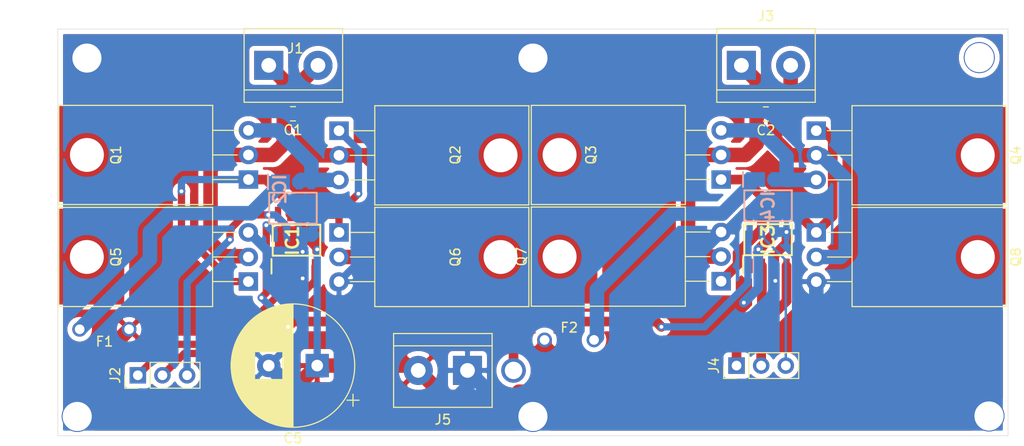
<source format=kicad_pcb>
(kicad_pcb (version 20171130) (host pcbnew 5.1.10-88a1d61d58~88~ubuntu20.04.1)
  (layers (0 F.Cu signal) (31 B.Cu signal) (34 B.Paste user) (35 F.Paste user) (36 B.SilkS user) (37 F.SilkS user) (38 B.Mask user) (39 F.Mask user) (44 Edge.Cuts user))
  (net 0 "")
  (net 1 GND)
  (net 2 VCC)
  (net 3 "Net-(F1-Pad2)")
  (net 4 "Net-(F2-Pad2)")
  (net 5 "Net-(IC1-Pad8)")
  (net 6 PWM1)
  (net 7 PWM2)
  (net 8 IN2)
  (net 9 IN1)
  (net 10 "Net-(IC1-Pad1)")
  (net 11 +3V3)
  (net 12 I_MES1)
  (net 13 "Net-(IC4-Pad3)")
  (net 14 PWM3)
  (net 15 PWM4)
  (net 16 IN4)
  (net 17 IN3)
  (net 18 I_MES2)
  (net 19 "Net-(C1-Pad2)")
  (net 20 "Net-(C1-Pad1)")
  (net 21 "Net-(C2-Pad2)")
  (net 22 "Net-(C2-Pad1)")
  (net 23 "Net-(IC2-Pad3)")
  (net 24 "Net-(IC3-Pad8)")
  (net 25 "Net-(IC3-Pad1)")
  (module extra:polyfuse (layer F.Cu) (at 127.2 75.1)
    (fp_text reference F2 (at 2.54 -1.27) (layer F.SilkS))
    (fp_text value Polyfuse)
    (pad 2 thru_hole circle (at 5.1 0) (size 1.524 1.524) (drill 1) (layers *.Cu *.Mask) (net 4 "Net-(F2-Pad2)"))
    (pad 1 thru_hole circle (at 0 0) (size 1.524 1.524) (drill 1) (layers *.Cu *.Mask) (net 2 VCC))
  )
  (module Package_TO_SOT_THT:TO-220-3_Horizontal_TabDown (layer F.Cu) (at 155.225 64 270)
    (fp_text reference Q8 (at 2.54 -20.58 90) (layer F.SilkS))
    (fp_text value IRF3205)
    (pad 3 thru_hole oval (at 5.08 0 270) (size 1.905 2) (drill 1.1) (layers *.Cu *.Mask) (net 1 GND))
    (pad 2 thru_hole oval (at 2.54 0 270) (size 1.905 2) (drill 1.1) (layers *.Cu *.Mask) (net 22 "Net-(C2-Pad1)"))
    (pad 1 thru_hole rect (at 0 0 270) (size 1.905 2) (drill 1.1) (layers *.Cu *.Mask) (net 15 PWM4))
    (pad "" np_thru_hole oval (at 2.54 -16.66 270) (size 3.5 3.5) (drill 3.5) (layers *.Cu *.Mask))
  )
  (module Package_TO_SOT_THT:TO-220-3_Horizontal_TabDown (layer F.Cu) (at 145.41 69.04 90)
    (fp_text reference Q7 (at 2.54 -20.58 90) (layer F.SilkS))
    (fp_text value IRF3205)
    (pad 3 thru_hole oval (at 5.08 0 90) (size 1.905 2) (drill 1.1) (layers *.Cu *.Mask) (net 1 GND))
    (pad 2 thru_hole oval (at 2.54 0 90) (size 1.905 2) (drill 1.1) (layers *.Cu *.Mask) (net 21 "Net-(C2-Pad2)"))
    (pad 1 thru_hole rect (at 0 0 90) (size 1.905 2) (drill 1.1) (layers *.Cu *.Mask) (net 14 PWM3))
    (pad "" np_thru_hole oval (at 2.54 -16.66 90) (size 3.5 3.5) (drill 3.5) (layers *.Cu *.Mask))
  )
  (module Package_TO_SOT_THT:TO-220-3_Horizontal_TabDown (layer F.Cu) (at 155.2194 53.4924 270)
    (fp_text reference Q4 (at 2.54 -20.58 90) (layer F.SilkS))
    (fp_text value IRF4905)
    (pad 3 thru_hole oval (at 5.08 0 270) (size 1.905 2) (drill 1.1) (layers *.Cu *.Mask) (net 13 "Net-(IC4-Pad3)"))
    (pad 2 thru_hole oval (at 2.54 0 270) (size 1.905 2) (drill 1.1) (layers *.Cu *.Mask) (net 22 "Net-(C2-Pad1)"))
    (pad 1 thru_hole rect (at 0 0 270) (size 1.905 2) (drill 1.1) (layers *.Cu *.Mask) (net 15 PWM4))
    (pad "" np_thru_hole oval (at 2.54 -16.66 270) (size 3.5 3.5) (drill 3.5) (layers *.Cu *.Mask))
  )
  (module Package_TO_SOT_THT:TO-220-3_Horizontal_TabDown (layer F.Cu) (at 145.41 58.54 90)
    (fp_text reference Q3 (at 2.54 -13.41 90) (layer F.SilkS))
    (fp_text value IRF4905)
    (pad 3 thru_hole oval (at 5.08 0 90) (size 1.905 2) (drill 1.1) (layers *.Cu *.Mask) (net 13 "Net-(IC4-Pad3)"))
    (pad 2 thru_hole oval (at 2.54 0 90) (size 1.905 2) (drill 1.1) (layers *.Cu *.Mask) (net 21 "Net-(C2-Pad2)"))
    (pad 1 thru_hole rect (at 0 0 90) (size 1.905 2) (drill 1.1) (layers *.Cu *.Mask) (net 14 PWM3))
    (pad "" np_thru_hole oval (at 2.54 -16.66 90) (size 3.5 3.5) (drill 3.5) (layers *.Cu *.Mask))
  )
  (module Connector_PinHeader_2.54mm:PinHeader_1x03_P2.54mm_Vertical (layer F.Cu) (at 147 77.75 90)
    (fp_text reference J4 (at 0 -2.33 90) (layer F.SilkS))
    (fp_text value Conn_01x03_Male)
    (pad 3 thru_hole oval (at 0 5.08 90) (size 1.7 1.7) (drill 1) (layers *.Cu *.Mask) (net 18 I_MES2))
    (pad 2 thru_hole oval (at 0 2.54 90) (size 1.7 1.7) (drill 1) (layers *.Cu *.Mask) (net 16 IN4))
    (pad 1 thru_hole rect (at 0 0 90) (size 1.7 1.7) (drill 1) (layers *.Cu *.Mask) (net 17 IN3))
  )
  (module TerminalBlock:TerminalBlock_bornier-2_P5.08mm (layer F.Cu) (at 147.5 46.75)
    (fp_text reference J3 (at 2.54 -5.08) (layer F.SilkS))
    (fp_text value Screw_Terminal_01x02)
    (pad 2 thru_hole circle (at 5.08 0) (size 3 3) (drill 1.52) (layers *.Cu *.Mask) (net 22 "Net-(C2-Pad1)"))
    (pad 1 thru_hole rect (at 0 0) (size 3 3) (drill 1.52) (layers *.Cu *.Mask) (net 21 "Net-(C2-Pad2)"))
  )
  (module TMCS1100A2QDR:SOIC127P600X175-8N (layer B.Cu) (at 150.25 61.25 270)
    (fp_text reference IC4 (at 0 0 270) (layer B.SilkS) (effects (font (size 1.27 1.27) (thickness 0.254)) (justify mirror)))
    (fp_text value TMCS1100A2QDR hide)
    (pad 8 smd rect (at 2.711 1.905 180) (size 0.65 1.528) (layers B.Cu B.Paste B.Mask) (net 11 +3V3))
    (pad 7 smd rect (at 2.711 0.635 180) (size 0.65 1.528) (layers B.Cu B.Paste B.Mask) (net 18 I_MES2))
    (pad 6 smd rect (at 2.711 -0.635 180) (size 0.65 1.528) (layers B.Cu B.Paste B.Mask) (net 1 GND))
    (pad 5 smd rect (at 2.711 -1.905 180) (size 0.65 1.528) (layers B.Cu B.Paste B.Mask) (net 1 GND))
    (pad 4 smd rect (at -2.711 -1.905 180) (size 0.65 1.528) (layers B.Cu B.Paste B.Mask) (net 13 "Net-(IC4-Pad3)"))
    (pad 3 smd rect (at -2.711 -0.635 180) (size 0.65 1.528) (layers B.Cu B.Paste B.Mask) (net 13 "Net-(IC4-Pad3)"))
    (pad 2 smd rect (at -2.711 0.635 180) (size 0.65 1.528) (layers B.Cu B.Paste B.Mask) (net 4 "Net-(F2-Pad2)"))
    (pad 1 smd rect (at -2.711 1.905 180) (size 0.65 1.528) (layers B.Cu B.Paste B.Mask) (net 4 "Net-(F2-Pad2)"))
  )
  (module TC4424AVOA:SOIC127P600X175-8N (layer F.Cu) (at 150.25 64.75 90)
    (fp_text reference IC3 (at 0 0 90) (layer F.SilkS) (effects (font (size 1.27 1.27) (thickness 0.254))))
    (fp_text value TC4424AVOA hide)
    (pad 8 smd rect (at 2.7 -1.905 180) (size 0.65 1.5) (layers F.Cu F.Paste F.Mask) (net 24 "Net-(IC3-Pad8)"))
    (pad 7 smd rect (at 2.7 -0.635 180) (size 0.65 1.5) (layers F.Cu F.Paste F.Mask) (net 14 PWM3))
    (pad 6 smd rect (at 2.7 0.635 180) (size 0.65 1.5) (layers F.Cu F.Paste F.Mask) (net 2 VCC))
    (pad 5 smd rect (at 2.7 1.905 180) (size 0.65 1.5) (layers F.Cu F.Paste F.Mask) (net 15 PWM4))
    (pad 4 smd rect (at -2.7 1.905 180) (size 0.65 1.5) (layers F.Cu F.Paste F.Mask) (net 16 IN4))
    (pad 3 smd rect (at -2.7 0.635 180) (size 0.65 1.5) (layers F.Cu F.Paste F.Mask) (net 1 GND))
    (pad 2 smd rect (at -2.7 -0.635 180) (size 0.65 1.5) (layers F.Cu F.Paste F.Mask) (net 17 IN3))
    (pad 1 smd rect (at -2.7 -1.905 180) (size 0.65 1.5) (layers F.Cu F.Paste F.Mask) (net 25 "Net-(IC3-Pad1)"))
  )
  (module Capacitor_SMD:C_0805_2012Metric (layer F.Cu) (at 150.025 51.775 180)
    (fp_text reference C2 (at 0 -1.68) (layer F.SilkS))
    (fp_text value 10uf)
    (pad 2 smd roundrect (at 0.95 0 180) (size 1 1.45) (layers F.Cu F.Paste F.Mask) (net 21 "Net-(C2-Pad2)"))
    (pad 1 smd roundrect (at -0.95 0 180) (size 1 1.45) (layers F.Cu F.Paste F.Mask) (net 22 "Net-(C2-Pad1)"))
  )
  (module TC4424AVOA:SOIC127P600X175-8N (layer F.Cu) (at 101.615 64.8 90)
    (fp_text reference IC1 (at -0.05 -0.42 90) (layer F.SilkS) (effects (font (size 1.27 1.27) (thickness 0.254))))
    (fp_text value TC4424AVOA hide)
    (pad 8 smd rect (at 2.7 -1.905 180) (size 0.65 1.5) (layers F.Cu F.Paste F.Mask) (net 5 "Net-(IC1-Pad8)"))
    (pad 7 smd rect (at 2.7 -0.635 180) (size 0.65 1.5) (layers F.Cu F.Paste F.Mask) (net 6 PWM1))
    (pad 6 smd rect (at 2.7 0.635 180) (size 0.65 1.5) (layers F.Cu F.Paste F.Mask) (net 2 VCC))
    (pad 5 smd rect (at 2.7 1.905 180) (size 0.65 1.5) (layers F.Cu F.Paste F.Mask) (net 7 PWM2))
    (pad 4 smd rect (at -2.7 1.905 180) (size 0.65 1.5) (layers F.Cu F.Paste F.Mask) (net 8 IN2))
    (pad 3 smd rect (at -2.7 0.635 180) (size 0.65 1.5) (layers F.Cu F.Paste F.Mask) (net 1 GND))
    (pad 2 smd rect (at -2.7 -0.635 180) (size 0.65 1.5) (layers F.Cu F.Paste F.Mask) (net 9 IN1))
    (pad 1 smd rect (at -2.7 -1.905 180) (size 0.65 1.5) (layers F.Cu F.Paste F.Mask) (net 10 "Net-(IC1-Pad1)"))
  )
  (module Connector_PinHeader_2.54mm:PinHeader_1x03_P2.54mm_Vertical (layer F.Cu) (at 85.25 78.75 90)
    (fp_text reference J2 (at 0 -2.33 90) (layer F.SilkS))
    (fp_text value Conn_01x03_Male)
    (pad 3 thru_hole oval (at 0 5.08 90) (size 1.7 1.7) (drill 1) (layers *.Cu *.Mask) (net 12 I_MES1))
    (pad 2 thru_hole oval (at 0 2.54 90) (size 1.7 1.7) (drill 1) (layers *.Cu *.Mask) (net 8 IN2))
    (pad 1 thru_hole rect (at 0 0 90) (size 1.7 1.7) (drill 1) (layers *.Cu *.Mask) (net 9 IN1))
  )
  (module Package_TO_SOT_THT:TO-220-3_Horizontal_TabDown (layer F.Cu) (at 106 64 270)
    (fp_text reference Q6 (at 2.54 -12 90) (layer F.SilkS))
    (fp_text value IRF3205)
    (pad 3 thru_hole oval (at 5.08 0 270) (size 1.905 2) (drill 1.1) (layers *.Cu *.Mask) (net 1 GND))
    (pad 2 thru_hole oval (at 2.54 0 270) (size 1.905 2) (drill 1.1) (layers *.Cu *.Mask) (net 20 "Net-(C1-Pad1)"))
    (pad 1 thru_hole rect (at 0 0 270) (size 1.905 2) (drill 1.1) (layers *.Cu *.Mask) (net 7 PWM2))
    (pad "" np_thru_hole oval (at 2.54 -16.66 270) (size 3.5 3.5) (drill 3.5) (layers *.Cu *.Mask))
  )
  (module Package_TO_SOT_THT:TO-220-3_Horizontal_TabDown (layer F.Cu) (at 96.65 69.075 90)
    (fp_text reference Q5 (at 2.54 -13.65 90) (layer F.SilkS))
    (fp_text value IRF3205)
    (pad 3 thru_hole oval (at 5.08 0 90) (size 1.905 2) (drill 1.1) (layers *.Cu *.Mask) (net 1 GND))
    (pad 2 thru_hole oval (at 2.54 0 90) (size 1.905 2) (drill 1.1) (layers *.Cu *.Mask) (net 19 "Net-(C1-Pad2)"))
    (pad 1 thru_hole rect (at 0 0 90) (size 1.905 2) (drill 1.1) (layers *.Cu *.Mask) (net 6 PWM1))
    (pad "" np_thru_hole oval (at 2.54 -16.66 90) (size 3.5 3.5) (drill 3.5) (layers *.Cu *.Mask))
  )
  (module Package_TO_SOT_THT:TO-220-3_Horizontal_TabDown (layer F.Cu) (at 106 53.5 270)
    (fp_text reference Q2 (at 2.5 -12 90) (layer F.SilkS))
    (fp_text value IRF4905)
    (pad 3 thru_hole oval (at 5.08 0 270) (size 1.905 2) (drill 1.1) (layers *.Cu *.Mask) (net 23 "Net-(IC2-Pad3)"))
    (pad 2 thru_hole oval (at 2.54 0 270) (size 1.905 2) (drill 1.1) (layers *.Cu *.Mask) (net 20 "Net-(C1-Pad1)"))
    (pad 1 thru_hole rect (at 0 0 270) (size 1.905 2) (drill 1.1) (layers *.Cu *.Mask) (net 7 PWM2))
    (pad "" np_thru_hole oval (at 2.54 -16.66 270) (size 3.5 3.5) (drill 3.5) (layers *.Cu *.Mask))
  )
  (module Package_TO_SOT_THT:TO-220-3_Horizontal_TabDown (layer F.Cu) (at 96.66 58.54 90)
    (fp_text reference Q1 (at 2.54 -13.66 90) (layer F.SilkS))
    (fp_text value IRF4905)
    (pad 3 thru_hole oval (at 5.08 0 90) (size 1.905 2) (drill 1.1) (layers *.Cu *.Mask) (net 23 "Net-(IC2-Pad3)"))
    (pad 2 thru_hole oval (at 2.54 0 90) (size 1.905 2) (drill 1.1) (layers *.Cu *.Mask) (net 19 "Net-(C1-Pad2)"))
    (pad 1 thru_hole rect (at 0 0 90) (size 1.905 2) (drill 1.1) (layers *.Cu *.Mask) (net 6 PWM1))
    (pad "" np_thru_hole oval (at 2.54 -16.66 90) (size 3.5 3.5) (drill 3.5) (layers *.Cu *.Mask))
  )
  (module TerminalBlock:TerminalBlock_bornier-2_P5.08mm (layer F.Cu) (at 119.25 78.25 180)
    (fp_text reference J5 (at 2.54 -5.08) (layer F.SilkS))
    (fp_text value Screw_Terminal_01x02)
    (pad 2 thru_hole circle (at 5.08 0 180) (size 3 3) (drill 1.52) (layers *.Cu *.Mask) (net 2 VCC))
    (pad 1 thru_hole rect (at 0 0 180) (size 3 3) (drill 1.52) (layers *.Cu *.Mask) (net 1 GND))
  )
  (module TerminalBlock:TerminalBlock_bornier-2_P5.08mm (layer F.Cu) (at 98.75 46.75)
    (fp_text reference J1 (at 2.75 -1.75) (layer F.SilkS))
    (fp_text value Screw_Terminal_01x02)
    (pad 2 thru_hole circle (at 5.08 0) (size 3 3) (drill 1.52) (layers *.Cu *.Mask) (net 20 "Net-(C1-Pad1)"))
    (pad 1 thru_hole rect (at 0 0) (size 3 3) (drill 1.52) (layers *.Cu *.Mask) (net 19 "Net-(C1-Pad2)"))
  )
  (module TMCS1100A2QDR:SOIC127P600X175-8N (layer B.Cu) (at 101.25 61.5 270)
    (fp_text reference IC2 (at -1.961 1.365 90) (layer B.SilkS) (effects (font (size 1.27 1.27) (thickness 0.254)) (justify mirror)))
    (fp_text value TMCS1100A2QDR hide)
    (pad 8 smd rect (at 2.711 1.905 180) (size 0.65 1.528) (layers B.Cu B.Paste B.Mask) (net 11 +3V3))
    (pad 7 smd rect (at 2.711 0.635 180) (size 0.65 1.528) (layers B.Cu B.Paste B.Mask) (net 12 I_MES1))
    (pad 6 smd rect (at 2.711 -0.635 180) (size 0.65 1.528) (layers B.Cu B.Paste B.Mask) (net 1 GND))
    (pad 5 smd rect (at 2.711 -1.905 180) (size 0.65 1.528) (layers B.Cu B.Paste B.Mask) (net 1 GND))
    (pad 4 smd rect (at -2.711 -1.905 180) (size 0.65 1.528) (layers B.Cu B.Paste B.Mask) (net 23 "Net-(IC2-Pad3)"))
    (pad 3 smd rect (at -2.711 -0.635 180) (size 0.65 1.528) (layers B.Cu B.Paste B.Mask) (net 23 "Net-(IC2-Pad3)"))
    (pad 2 smd rect (at -2.711 0.635 180) (size 0.65 1.528) (layers B.Cu B.Paste B.Mask) (net 3 "Net-(F1-Pad2)"))
    (pad 1 smd rect (at -2.711 1.905 180) (size 0.65 1.528) (layers B.Cu B.Paste B.Mask) (net 3 "Net-(F1-Pad2)"))
  )
  (module extra:polyfuse (layer F.Cu) (at 84.35 74 180)
    (fp_text reference F1 (at 2.54 -1.27) (layer F.SilkS))
    (fp_text value Polyfuse)
    (pad 2 thru_hole circle (at 5.1 0 180) (size 1.524 1.524) (drill 1) (layers *.Cu *.Mask) (net 3 "Net-(F1-Pad2)"))
    (pad 1 thru_hole circle (at 0 0 180) (size 1.524 1.524) (drill 1) (layers *.Cu *.Mask) (net 2 VCC))
  )
  (module Capacitor_THT:CP_Radial_D12.5mm_P5.00mm (layer F.Cu) (at 103.75 77.75 180)
    (fp_text reference C5 (at 2.5 -7.5) (layer F.SilkS))
    (fp_text value 470uF)
    (pad 2 thru_hole circle (at 5 0 180) (size 2.4 2.4) (drill 1.2) (layers *.Cu *.Mask) (net 1 GND))
    (pad 1 thru_hole rect (at 0 0 180) (size 2.4 2.4) (drill 1.2) (layers *.Cu *.Mask) (net 2 VCC))
  )
  (module Capacitor_SMD:C_0805_2012Metric (layer F.Cu) (at 101.25 51.75 180)
    (fp_text reference C1 (at 0 -1.68) (layer F.SilkS))
    (fp_text value 10uf)
    (pad 2 smd roundrect (at 0.95 0 180) (size 1 1.45) (layers F.Cu F.Paste F.Mask) (net 19 "Net-(C1-Pad2)"))
    (pad 1 smd roundrect (at -0.95 0 180) (size 1 1.45) (layers F.Cu F.Paste F.Mask) (net 20 "Net-(C1-Pad1)"))
  )
  (gr_poly (pts (xy 174.8 71.4) (xy 168.2 71.4) (xy 168.2 61.6) (xy 174.8 61.6)) (layer F.Cu) (width 0.1))
  (gr_poly (pts (xy 174.8 60.9) (xy 168.2 60.9) (xy 168.2 51.1) (xy 174.8 51.1)) (layer F.Cu) (width 0.1))
  (gr_poly (pts (xy 125.4 61) (xy 118.8 61) (xy 118.8 51.2) (xy 125.4 51.2)) (layer F.Cu) (width 0.1))
  (gr_poly (pts (xy 132.6 71.3) (xy 126 71.3) (xy 126 61.5) (xy 132.6 61.5)) (layer F.Cu) (width 0.1))
  (gr_poly (pts (xy 125.4 71.4) (xy 118.8 71.4) (xy 118.8 61.6) (xy 125.4 61.6)) (layer F.Cu) (width 0.1))
  (gr_poly (pts (xy 132.6 60.9) (xy 126 60.9) (xy 126 51.1) (xy 132.6 51.1)) (layer F.Cu) (width 0.1))
  (gr_poly (pts (xy 83.8 71.4) (xy 77.2 71.4) (xy 77.2 61.6) (xy 83.8 61.6)) (layer F.Cu) (width 0.1))
  (gr_poly (pts (xy 83.8 60.8) (xy 77.2 60.8) (xy 77.2 51) (xy 83.8 51)) (layer F.Cu) (width 0.1))
  (gr_line (start 175 85) (end 175 84.75) (layer Edge.Cuts) (width 0.05))
  (gr_line (start 77 85) (end 175 85) (layer Edge.Cuts) (width 0.05))
  (gr_line (start 77 43) (end 77 85) (layer Edge.Cuts) (width 0.05))
  (gr_line (start 175 43) (end 175 84.75) (layer Edge.Cuts) (width 0.05))
  (gr_line (start 77 43) (end 175 43) (layer Edge.Cuts) (width 0.05))
  (via (at 172.035 45.95) (size 3.2) (drill 3) (layers F.Cu B.Cu) (net 0))
  (via (at 80 46) (size 3.2) (drill 3) (layers F.Cu B.Cu) (net 1))
  (via (at 126 46) (size 3.2) (drill 3) (layers F.Cu B.Cu) (net 1))
  (via (at 126 83) (size 3.2) (drill 3) (layers F.Cu B.Cu) (net 1))
  (via (at 79 83) (size 3.2) (drill 3) (layers F.Cu B.Cu) (net 1))
  (via (at 173.035 82.95) (size 3.2) (drill 3) (layers F.Cu B.Cu) (net 1))
  (segment (start 103.155 64.211) (end 102.289 64.211) (width 1.5) (layer B.Cu) (net 1))
  (segment (start 105.75 69.33) (end 106 69.08) (width 1.5) (layer B.Cu) (net 1))
  (via (at 102.25 66) (size 0.8) (drill 0.4) (layers F.Cu B.Cu) (net 1))
  (segment (start 102.25 67.5) (end 102.25 66) (width 1) (layer F.Cu) (net 1))
  (segment (start 102.25 64.25) (end 102.289 64.211) (width 1) (layer B.Cu) (net 1))
  (segment (start 102.25 66) (end 102.25 64.25) (width 1) (layer B.Cu) (net 1))
  (segment (start 98.74 66) (end 96.66 63.92) (width 1) (layer B.Cu) (net 1))
  (segment (start 102.25 66) (end 98.74 66) (width 1) (layer B.Cu) (net 1))
  (segment (start 119.25 78.25) (end 119.25 80) (width 1.5) (layer B.Cu) (net 1))
  (segment (start 119.25 80) (end 117.75 81.5) (width 1.5) (layer B.Cu) (net 1))
  (segment (start 102.5 81.5) (end 98.75 77.75) (width 1.5) (layer B.Cu) (net 1))
  (segment (start 117.75 81.5) (end 102.5 81.5) (width 1.5) (layer B.Cu) (net 1))
  (segment (start 151.289 63.961) (end 151.25 64) (width 1) (layer B.Cu) (net 1))
  (segment (start 152.155 63.961) (end 151.289 63.961) (width 1) (layer B.Cu) (net 1))
  (segment (start 150.885 63.961) (end 150.885 62.385) (width 1) (layer B.Cu) (net 1))
  (segment (start 145.840623 63.96) (end 145.41 63.96) (width 1) (layer B.Cu) (net 1))
  (segment (start 147.800623 62) (end 145.840623 63.96) (width 1) (layer B.Cu) (net 1))
  (segment (start 150.5 62) (end 147.800623 62) (width 1) (layer B.Cu) (net 1))
  (segment (start 150.885 62.385) (end 150.5 62) (width 1) (layer B.Cu) (net 1))
  (via (at 152.155 63.961) (size 0.8) (drill 0.4) (layers F.Cu B.Cu) (net 1))
  (segment (start 150.885 67.45) (end 150.885 66.365) (width 1) (layer F.Cu) (net 1))
  (segment (start 152.155 65.095) (end 152.155 63.961) (width 1) (layer F.Cu) (net 1))
  (segment (start 150.885 66.365) (end 152.155 65.095) (width 1) (layer F.Cu) (net 1))
  (via (at 151 69) (size 0.8) (drill 0.4) (layers F.Cu B.Cu) (net 1))
  (segment (start 150.885 68.885) (end 151 69) (width 0.75) (layer F.Cu) (net 1))
  (segment (start 150.885 67.45) (end 150.885 68.885) (width 0.75) (layer F.Cu) (net 1))
  (segment (start 145.211945 63.96) (end 145.41 63.96) (width 1.5) (layer B.Cu) (net 1))
  (segment (start 135.25 73.921945) (end 145.211945 63.96) (width 1.5) (layer B.Cu) (net 1))
  (segment (start 135.25 75.75) (end 135.25 73.921945) (width 1.5) (layer B.Cu) (net 1))
  (segment (start 132.75 78.25) (end 135.25 75.75) (width 1.5) (layer B.Cu) (net 1))
  (segment (start 132.75 78.25) (end 139 78.25) (width 1.5) (layer B.Cu) (net 1))
  (segment (start 139 78.25) (end 142.5 81.75) (width 1.5) (layer B.Cu) (net 1))
  (segment (start 150.744002 81.75) (end 150.994002 81.5) (width 1.5) (layer B.Cu) (net 1))
  (segment (start 142.5 81.75) (end 150.744002 81.75) (width 1.5) (layer B.Cu) (net 1))
  (segment (start 150.994002 81.5) (end 153.75 81.5) (width 1.5) (layer B.Cu) (net 1))
  (segment (start 155.225 80.025) (end 155.225 69.08) (width 1.5) (layer B.Cu) (net 1))
  (segment (start 153.75 81.5) (end 155.225 80.025) (width 1.5) (layer B.Cu) (net 1))
  (via (at 102.25 68.75) (size 0.8) (drill 0.4) (layers F.Cu B.Cu) (net 1))
  (segment (start 102.25 67.5) (end 102.25 68.75) (width 0.75) (layer F.Cu) (net 1))
  (segment (start 102.25 74.25) (end 98.75 77.75) (width 0.75) (layer B.Cu) (net 1))
  (segment (start 102.25 68.75) (end 102.25 74.25) (width 0.75) (layer B.Cu) (net 1))
  (segment (start 107.575001 62.587499) (end 106.737502 61.75) (width 0.75) (layer B.Cu) (net 1))
  (segment (start 107.575001 67.504999) (end 107.575001 62.587499) (width 0.75) (layer B.Cu) (net 1))
  (segment (start 106 69.08) (end 107.575001 67.504999) (width 0.75) (layer B.Cu) (net 1))
  (segment (start 102.739002 64.211) (end 102.289 64.211) (width 0.75) (layer B.Cu) (net 1))
  (segment (start 105.200002 61.75) (end 102.739002 64.211) (width 0.75) (layer B.Cu) (net 1))
  (segment (start 106.737502 61.75) (end 105.200002 61.75) (width 0.75) (layer B.Cu) (net 1))
  (segment (start 130.75 78.25) (end 126 83) (width 1.5) (layer B.Cu) (net 1))
  (segment (start 132.75 78.25) (end 130.75 78.25) (width 1.5) (layer B.Cu) (net 1))
  (segment (start 124 83) (end 119.25 78.25) (width 1.5) (layer B.Cu) (net 1))
  (segment (start 126 83) (end 124 83) (width 1.5) (layer B.Cu) (net 1))
  (segment (start 104.25 78.25) (end 103.75 77.75) (width 1.5) (layer B.Cu) (net 2))
  (via (at 149.25 65.75) (size 0.8) (drill 0.4) (layers F.Cu B.Cu) (net 2))
  (segment (start 149.25 68.412502) (end 149.25 65.75) (width 1) (layer B.Cu) (net 2))
  (segment (start 150.885 62.05) (end 150.885 64.115) (width 1) (layer F.Cu) (net 2))
  (segment (start 150.885 64.115) (end 149.25 65.75) (width 1) (layer F.Cu) (net 2))
  (via (at 147.75 71.25) (size 0.8) (drill 0.4) (layers F.Cu B.Cu) (net 2))
  (segment (start 142.75 76.25) (end 147.75 71.25) (width 1) (layer F.Cu) (net 2))
  (segment (start 149.25 69.75) (end 149.25 68.412502) (width 1) (layer B.Cu) (net 2))
  (segment (start 147.75 71.25) (end 149.25 69.75) (width 1) (layer B.Cu) (net 2))
  (via (at 103.75 65.75) (size 0.8) (drill 0.4) (layers F.Cu B.Cu) (net 2))
  (segment (start 102.25 64.25) (end 103.75 65.75) (width 0.75) (layer F.Cu) (net 2))
  (segment (start 102.25 62.1) (end 102.25 64.25) (width 0.75) (layer F.Cu) (net 2))
  (segment (start 103.75 65.75) (end 103.75 77.75) (width 0.75) (layer B.Cu) (net 2))
  (segment (start 103.75 77.75) (end 99.5 82) (width 1.5) (layer F.Cu) (net 2))
  (segment (start 99.5 82) (end 83.5 82) (width 1.5) (layer F.Cu) (net 2))
  (segment (start 83.449999 81.949999) (end 83.449999 81.699999) (width 1.5) (layer F.Cu) (net 2))
  (segment (start 83.5 82) (end 83.449999 81.949999) (width 1.5) (layer F.Cu) (net 2))
  (segment (start 83.449999 81.699999) (end 81.5 79.75) (width 1.5) (layer F.Cu) (net 2))
  (segment (start 81.5 76.85) (end 84.35 74) (width 1.5) (layer F.Cu) (net 2))
  (segment (start 81.5 79.75) (end 81.5 76.85) (width 1.5) (layer F.Cu) (net 2))
  (segment (start 113.67 77.75) (end 114.17 78.25) (width 1.5) (layer F.Cu) (net 2))
  (segment (start 103.75 77.75) (end 113.67 77.75) (width 1.5) (layer F.Cu) (net 2))
  (segment (start 138.550001 80.449999) (end 147.75 71.25) (width 1.5) (layer F.Cu) (net 2))
  (segment (start 124 81) (end 124.550001 80.449999) (width 1.5) (layer F.Cu) (net 2))
  (segment (start 116.92 81) (end 124 81) (width 1.5) (layer F.Cu) (net 2))
  (segment (start 114.17 78.25) (end 116.92 81) (width 1.5) (layer F.Cu) (net 2))
  (segment (start 127.949999 80.449999) (end 138.550001 80.449999) (width 1.5) (layer F.Cu) (net 2))
  (segment (start 126.049999 80.449999) (end 127.2 79.299998) (width 1.5) (layer F.Cu) (net 2))
  (segment (start 127.2 79.299998) (end 127.2 75.1) (width 1.5) (layer F.Cu) (net 2))
  (segment (start 124.550001 80.449999) (end 126.049999 80.449999) (width 1.5) (layer F.Cu) (net 2))
  (segment (start 126.049999 80.449999) (end 127.949999 80.449999) (width 1.5) (layer F.Cu) (net 2))
  (segment (start 96.961502 62.01749) (end 88.438512 62.01749) (width 1.5) (layer B.Cu) (net 3))
  (segment (start 88.438512 62.01749) (end 87.853001 62.603001) (width 1.5) (layer B.Cu) (net 3))
  (segment (start 100.189992 58.789) (end 96.961502 62.01749) (width 1.5) (layer B.Cu) (net 3))
  (segment (start 99.345 58.789) (end 100.189992 58.789) (width 1.5) (layer B.Cu) (net 3))
  (segment (start 87.853001 62.603001) (end 86.5 63.956002) (width 1.5) (layer B.Cu) (net 3))
  (segment (start 86.5 63.956002) (end 86.5 66.75) (width 1.5) (layer B.Cu) (net 3))
  (segment (start 86.5 66.75) (end 79.25 74) (width 1.5) (layer B.Cu) (net 3))
  (segment (start 148.345 58.539) (end 149.189991 58.539) (width 1.5) (layer B.Cu) (net 4))
  (segment (start 132.6 74.8) (end 132.3 75.1) (width 1.5) (layer B.Cu) (net 4))
  (segment (start 132.6 69.9) (end 132.6 74.8) (width 1.5) (layer B.Cu) (net 4))
  (segment (start 140.44251 62.05749) (end 132.6 69.9) (width 1.5) (layer B.Cu) (net 4))
  (segment (start 145.555012 62.05749) (end 140.44251 62.05749) (width 1.5) (layer B.Cu) (net 4))
  (segment (start 148.345 59.267502) (end 145.555012 62.05749) (width 1.5) (layer B.Cu) (net 4))
  (segment (start 148.345 58.539) (end 148.345 59.267502) (width 1.5) (layer B.Cu) (net 4))
  (segment (start 98.485002 58.54) (end 96.66 58.54) (width 1) (layer F.Cu) (net 6))
  (segment (start 100.98 61.034998) (end 98.485002 58.54) (width 1) (layer F.Cu) (net 6))
  (segment (start 100.98 62.1) (end 100.98 61.034998) (width 1) (layer F.Cu) (net 6))
  (segment (start 96.66 58.54) (end 90.04 58.54) (width 0.75) (layer B.Cu) (net 6))
  (segment (start 90.04 58.54) (end 89.75 58.83) (width 0.75) (layer B.Cu) (net 6))
  (via (at 89.75 59.75) (size 0.8) (drill 0.4) (layers F.Cu B.Cu) (net 6))
  (segment (start 89.75 58.83) (end 89.75 59.75) (width 0.75) (layer B.Cu) (net 6))
  (segment (start 94.901154 69.075) (end 96.65 69.075) (width 0.75) (layer F.Cu) (net 6))
  (segment (start 89.75 63.923846) (end 94.901154 69.075) (width 0.75) (layer F.Cu) (net 6))
  (segment (start 89.75 59.75) (end 89.75 63.923846) (width 0.75) (layer F.Cu) (net 6))
  (via (at 108 60) (size 0.8) (drill 0.4) (layers F.Cu B.Cu) (net 7))
  (segment (start 106 62) (end 108 60) (width 0.75) (layer F.Cu) (net 7))
  (segment (start 106 64) (end 106 62) (width 0.75) (layer F.Cu) (net 7))
  (segment (start 108 55.5) (end 106 53.5) (width 0.75) (layer B.Cu) (net 7))
  (segment (start 108 60) (end 108 55.5) (width 0.75) (layer B.Cu) (net 7))
  (segment (start 105.9 62.1) (end 106 62) (width 1) (layer F.Cu) (net 7))
  (segment (start 103.52 62.1) (end 105.9 62.1) (width 1) (layer F.Cu) (net 7))
  (segment (start 103.52 69) (end 96.02 76.5) (width 0.75) (layer F.Cu) (net 8))
  (segment (start 103.52 67.5) (end 103.52 69) (width 0.75) (layer F.Cu) (net 8))
  (segment (start 90.04 76.5) (end 87.79 78.75) (width 0.75) (layer F.Cu) (net 8))
  (segment (start 96.02 76.5) (end 90.04 76.5) (width 0.75) (layer F.Cu) (net 8))
  (segment (start 94.643012 75.54999) (end 88.45001 75.54999) (width 0.75) (layer F.Cu) (net 9))
  (segment (start 88.45001 75.54999) (end 85.25 78.75) (width 0.75) (layer F.Cu) (net 9))
  (segment (start 100.98 69.213002) (end 94.643012 75.54999) (width 0.75) (layer F.Cu) (net 9))
  (segment (start 100.98 67.5) (end 100.98 69.213002) (width 0.75) (layer F.Cu) (net 9))
  (via (at 124 78.25) (size 2.54) (drill 1.8) (layers F.Cu B.Cu) (net 11))
  (segment (start 148.17499 69.262512) (end 143.687502 73.75) (width 0.75) (layer B.Cu) (net 11))
  (segment (start 148.17499 64.13101) (end 148.17499 69.262512) (width 0.75) (layer B.Cu) (net 11))
  (segment (start 148.345 63.961) (end 148.17499 64.13101) (width 0.75) (layer B.Cu) (net 11))
  (via (at 139.25 73.75) (size 0.8) (drill 0.4) (layers F.Cu B.Cu) (net 11))
  (segment (start 143.687502 73.75) (end 139.25 73.75) (width 0.75) (layer B.Cu) (net 11))
  (via (at 100.75 73.75) (size 0.8) (drill 0.4) (layers F.Cu B.Cu) (net 11))
  (segment (start 98 70.75) (end 98.25 70.5) (width 0.75) (layer F.Cu) (net 11))
  (via (at 98.5 63.25) (size 0.8) (drill 0.4) (layers F.Cu B.Cu) (net 11))
  (segment (start 99.345 64.095) (end 98.5 63.25) (width 0.75) (layer B.Cu) (net 11))
  (segment (start 99.345 64.211) (end 99.345 64.095) (width 0.75) (layer B.Cu) (net 11))
  (segment (start 98.5 70.25) (end 98 70.75) (width 0.75) (layer F.Cu) (net 11))
  (segment (start 98.5 63.25) (end 98.5 70.25) (width 0.75) (layer F.Cu) (net 11))
  (via (at 98 70.75) (size 0.8) (drill 0.4) (layers F.Cu B.Cu) (net 11))
  (segment (start 100.75 73.5) (end 98 70.75) (width 0.75) (layer B.Cu) (net 11))
  (segment (start 100.75 73.75) (end 100.75 73.5) (width 0.75) (layer B.Cu) (net 11))
  (segment (start 124 74) (end 124 78.25) (width 1) (layer F.Cu) (net 11))
  (segment (start 124.8 73.2) (end 124 74) (width 1) (layer F.Cu) (net 11))
  (segment (start 138.7 73.2) (end 124.8 73.2) (width 1) (layer F.Cu) (net 11))
  (segment (start 139.25 73.75) (end 138.7 73.2) (width 1) (layer F.Cu) (net 11))
  (segment (start 101.3 73.2) (end 100.75 73.75) (width 1) (layer F.Cu) (net 11))
  (segment (start 124.8 73.2) (end 101.3 73.2) (width 1) (layer F.Cu) (net 11))
  (via (at 94.75 64.75) (size 0.8) (drill 0.4) (layers F.Cu B.Cu) (net 12))
  (segment (start 90.33 69.17) (end 94.75 64.75) (width 0.75) (layer B.Cu) (net 12))
  (segment (start 90.33 78.75) (end 90.33 69.17) (width 0.75) (layer B.Cu) (net 12))
  (via (at 98.694091 62.194091) (size 0.8) (drill 0.4) (layers F.Cu B.Cu) (net 12))
  (segment (start 96.243184 62.194091) (end 98.694091 62.194091) (width 0.75) (layer F.Cu) (net 12))
  (segment (start 94.75 63.687275) (end 96.243184 62.194091) (width 0.75) (layer F.Cu) (net 12))
  (segment (start 94.75 64.75) (end 94.75 63.687275) (width 0.75) (layer F.Cu) (net 12))
  (segment (start 100.615 63.356998) (end 100.615 64.211) (width 0.75) (layer B.Cu) (net 12))
  (segment (start 99.452093 62.194091) (end 100.615 63.356998) (width 0.75) (layer B.Cu) (net 12))
  (segment (start 98.694091 62.194091) (end 99.452093 62.194091) (width 0.75) (layer B.Cu) (net 12))
  (segment (start 152.1884 58.5724) (end 152.155 58.539) (width 1.5) (layer B.Cu) (net 13))
  (segment (start 155.2194 58.5724) (end 152.1884 58.5724) (width 1.5) (layer B.Cu) (net 13))
  (segment (start 152.155 58.539) (end 150.890001 58.539) (width 1.5) (layer B.Cu) (net 13))
  (segment (start 152.155 58.539) (end 152.155 56.155) (width 1.5) (layer B.Cu) (net 13))
  (segment (start 149.46 53.46) (end 145.41 53.46) (width 1.5) (layer B.Cu) (net 13))
  (segment (start 152.155 56.155) (end 149.46 53.46) (width 1.5) (layer B.Cu) (net 13))
  (segment (start 147.855 58.54) (end 145.41 58.54) (width 1) (layer F.Cu) (net 14))
  (segment (start 149.615 60.3) (end 147.855 58.54) (width 1) (layer F.Cu) (net 14))
  (segment (start 149.615 62.05) (end 149.615 60.3) (width 1) (layer F.Cu) (net 14))
  (segment (start 149.615 62.05) (end 149.615 63.635) (width 1) (layer F.Cu) (net 14))
  (segment (start 147.11001 67.33999) (end 145.41 69.04) (width 1) (layer F.Cu) (net 14))
  (segment (start 147.11001 66.13999) (end 147.11001 67.33999) (width 1) (layer F.Cu) (net 14))
  (segment (start 149.615 63.635) (end 147.11001 66.13999) (width 1) (layer F.Cu) (net 14))
  (segment (start 155.225 64) (end 155.225 63.975) (width 1) (layer F.Cu) (net 15))
  (segment (start 153.3 62.05) (end 152.155 62.05) (width 1) (layer F.Cu) (net 15))
  (segment (start 155.225 63.975) (end 153.3 62.05) (width 1) (layer F.Cu) (net 15))
  (segment (start 155.2194 53.4924) (end 155.9924 53.4924) (width 1) (layer F.Cu) (net 15))
  (segment (start 156.91941 62.30559) (end 155.225 64) (width 1) (layer F.Cu) (net 15))
  (segment (start 156.91941 54.41941) (end 156.91941 62.30559) (width 1) (layer F.Cu) (net 15))
  (segment (start 155.9924 53.4924) (end 156.91941 54.41941) (width 1) (layer F.Cu) (net 15))
  (segment (start 152.155 67.45) (end 152.155 71.095) (width 1) (layer F.Cu) (net 16))
  (segment (start 149.54 73.71) (end 149.54 77.75) (width 1) (layer F.Cu) (net 16))
  (segment (start 152.155 71.095) (end 149.54 73.71) (width 1) (layer F.Cu) (net 16))
  (segment (start 147 74.55293) (end 147 77.75) (width 1) (layer F.Cu) (net 17))
  (segment (start 149.615 71.93793) (end 147 74.55293) (width 1) (layer F.Cu) (net 17))
  (segment (start 149.615 67.45) (end 149.615 71.93793) (width 1) (layer F.Cu) (net 17))
  (segment (start 152.08 66.865) (end 152.08 77.75) (width 0.25) (layer B.Cu) (net 18))
  (segment (start 149.615 64.4) (end 152.08 66.865) (width 0.25) (layer B.Cu) (net 18))
  (segment (start 149.615 63.961) (end 149.615 64.4) (width 0.25) (layer B.Cu) (net 18))
  (segment (start 100.3 48.3) (end 98.75 46.75) (width 1.5) (layer F.Cu) (net 19))
  (segment (start 100.3 51.75) (end 100.3 48.3) (width 1.5) (layer F.Cu) (net 19))
  (segment (start 100.3 54.86) (end 100.3 51.75) (width 1.5) (layer F.Cu) (net 19))
  (segment (start 99.16 56) (end 100.3 54.86) (width 1.5) (layer F.Cu) (net 19))
  (segment (start 96.66 56) (end 99.16 56) (width 1.5) (layer F.Cu) (net 19))
  (segment (start 94.16 56) (end 92.75 57.41) (width 1.5) (layer F.Cu) (net 19))
  (segment (start 96.66 56) (end 94.16 56) (width 1.5) (layer F.Cu) (net 19))
  (segment (start 94.16 66.46) (end 96.66 66.46) (width 1.5) (layer F.Cu) (net 19))
  (segment (start 92.75 65.05) (end 94.16 66.46) (width 1.5) (layer F.Cu) (net 19))
  (segment (start 92.75 57.41) (end 92.75 65.05) (width 1.5) (layer F.Cu) (net 19))
  (segment (start 102.2 48.38) (end 103.83 46.75) (width 1.5) (layer F.Cu) (net 20))
  (segment (start 102.2 51.75) (end 102.2 48.38) (width 1.5) (layer F.Cu) (net 20))
  (segment (start 102.2 54.74) (end 102.2 51.75) (width 1.5) (layer F.Cu) (net 20))
  (segment (start 103.5 56.04) (end 102.2 54.74) (width 1.5) (layer F.Cu) (net 20))
  (segment (start 106 56.04) (end 103.5 56.04) (width 1.5) (layer F.Cu) (net 20))
  (segment (start 106 56.04) (end 108.79 56.04) (width 1.5) (layer F.Cu) (net 20))
  (segment (start 108.79 56.04) (end 110.5 57.75) (width 1.5) (layer F.Cu) (net 20))
  (segment (start 108.5 66.54) (end 106 66.54) (width 1.5) (layer F.Cu) (net 20))
  (segment (start 110.5 64.54) (end 108.5 66.54) (width 1.5) (layer F.Cu) (net 20))
  (segment (start 110.5 57.75) (end 110.5 64.54) (width 1.5) (layer F.Cu) (net 20))
  (segment (start 149.075 48.325) (end 147.5 46.75) (width 1.5) (layer F.Cu) (net 21))
  (segment (start 149.075 51.775) (end 149.075 48.325) (width 1.5) (layer F.Cu) (net 21))
  (segment (start 147.91 56) (end 145.41 56) (width 1.5) (layer F.Cu) (net 21))
  (segment (start 149.075 54.835) (end 147.91 56) (width 1.5) (layer F.Cu) (net 21))
  (segment (start 149.075 51.775) (end 149.075 54.835) (width 1.5) (layer F.Cu) (net 21))
  (segment (start 145.41 56) (end 142.5 56) (width 1.5) (layer F.Cu) (net 21))
  (segment (start 142.5 56) (end 142 56.5) (width 1.5) (layer F.Cu) (net 21))
  (segment (start 142.91 66.5) (end 145.41 66.5) (width 1.5) (layer F.Cu) (net 21))
  (segment (start 142 65.59) (end 142.91 66.5) (width 1.5) (layer F.Cu) (net 21))
  (segment (start 142 56.5) (end 142 65.59) (width 1.5) (layer F.Cu) (net 21))
  (segment (start 152.58 50.17) (end 150.975 51.775) (width 1.5) (layer F.Cu) (net 22))
  (segment (start 152.58 46.75) (end 152.58 50.17) (width 1.5) (layer F.Cu) (net 22))
  (segment (start 155.2194 56.0324) (end 152.5324 56.0324) (width 1.5) (layer F.Cu) (net 22))
  (segment (start 150.975 54.475) (end 150.975 51.775) (width 1.5) (layer F.Cu) (net 22))
  (segment (start 152.5324 56.0324) (end 150.975 54.475) (width 1.5) (layer F.Cu) (net 22))
  (segment (start 155.2194 56.0324) (end 155.7824 56.0324) (width 1.5) (layer B.Cu) (net 22))
  (segment (start 155.7824 56.0324) (end 158.25 58.5) (width 1.5) (layer B.Cu) (net 22))
  (segment (start 157.725 66.54) (end 155.225 66.54) (width 1.5) (layer B.Cu) (net 22))
  (segment (start 158.25 66.015) (end 157.725 66.54) (width 1.5) (layer B.Cu) (net 22))
  (segment (start 158.25 58.5) (end 158.25 66.015) (width 1.5) (layer B.Cu) (net 22))
  (segment (start 103.155 58.789) (end 101.885 58.789) (width 0.75) (layer B.Cu) (net 23))
  (segment (start 103.364 58.58) (end 103.155 58.789) (width 0.75) (layer B.Cu) (net 23))
  (segment (start 106 58.58) (end 103.364 58.58) (width 0.75) (layer B.Cu) (net 23))
  (segment (start 102.099001 58.58) (end 101.890001 58.789) (width 1.5) (layer B.Cu) (net 23))
  (segment (start 106 58.58) (end 102.099001 58.58) (width 1.5) (layer B.Cu) (net 23))
  (segment (start 103.155 56.905) (end 99.71 53.46) (width 1.5) (layer B.Cu) (net 23))
  (segment (start 103.155 58.789) (end 103.155 56.905) (width 1.5) (layer B.Cu) (net 23))
  (segment (start 96.66 53.46) (end 99.71 53.46) (width 1.5) (layer B.Cu) (net 23))
  (zone (net 2) (net_name VCC) (layer F.Cu) (connect_pads (clearance 0.508)) (min_thickness 0.254) (fill yes (arc_segments 32) (thermal_gap 0.508) (thermal_bridge_width 0.508))
    (polygon (pts (xy 175 85) (xy 77 85) (xy 77 43) (xy 175 43)))
  )
  (zone (net 1) (net_name GND) (layer B.Cu) (connect_pads (clearance 0.508)) (min_thickness 0.254) (fill yes (arc_segments 32) (thermal_gap 0.508) (thermal_bridge_width 0.508))
    (polygon (pts (xy 175 85) (xy 77 85) (xy 77 43) (xy 175 43)))
  )
)
</source>
